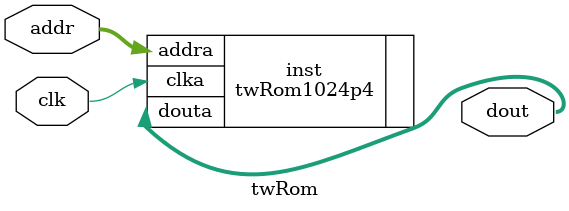
<source format=v>
module twRom (
    input clk,
    input [7:0] addr,
    output [95:0] dout
);
twRom1024p4 inst (
    .clka(clk),    // input wire clka
    .addra(addr),  // input wire [7 : 0] addra
    .douta(dout)  // output wire [95 : 0] douta
  );
endmodule
</source>
